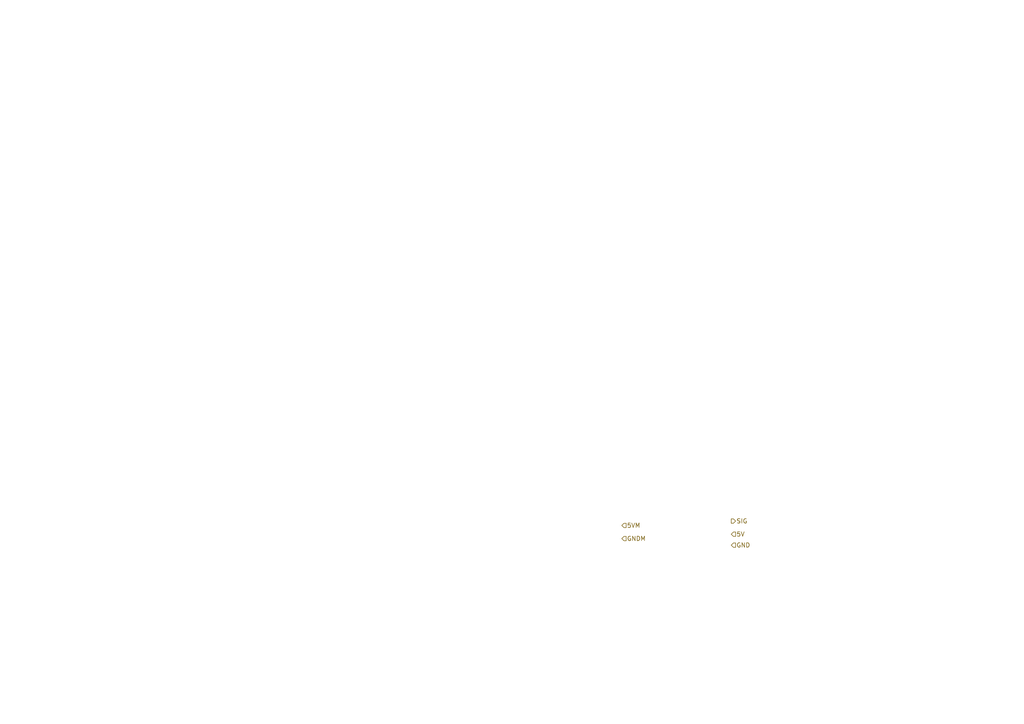
<source format=kicad_sch>
(kicad_sch (version 20230121) (generator eeschema)
  (paper "A4")
  (title_block (title "Team 10: WeMove Robot circuitry") (date "2023-08-07") (rev "v0.1") (company "University of Cape Town") (comment 1 "Author: Cameron Clark"))
  (lib_symbols)
  (hierarchical_label "5VM" (shape input) (at 180.34 152.4 0))
  (hierarchical_label "GND" (shape input) (at 212.09 158.115 0))
  (hierarchical_label "5V" (shape input) (at 212.09 154.94 0))
  (hierarchical_label "SIG" (shape output) (at 212.09 151.13 0))
  (hierarchical_label "GNDM" (shape input) (at 180.34 156.21 0))
)
</source>
